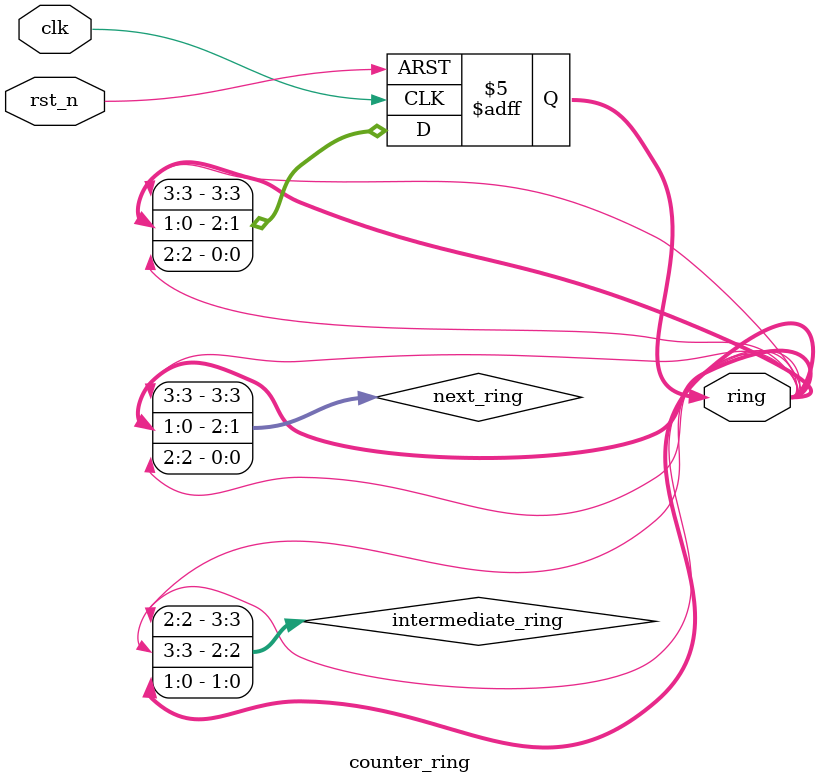
<source format=sv>
module counter_ring #(
    parameter DEPTH = 4
) (
    input wire clk,
    input wire rst_n,
    output reg [DEPTH-1:0] ring
);

    // Since this is a simple ring counter, the critical path is actually very short
    // However, for illustration of pipelining technique, we'll add a pipeline register
    // This would be meaningful for larger DEPTH values
    
    // First stage combinational logic
    reg [DEPTH-1:0] intermediate_ring;
    
    // Second stage registering
    reg [DEPTH-1:0] next_ring;
    
    // Split the rotation operation into two stages
    always @(*) begin
        intermediate_ring = {ring[DEPTH-2:DEPTH/2], ring[DEPTH-1], ring[DEPTH/2-1:0]};
    end
    
    // Second stage logic
    always @(*) begin
        next_ring = {intermediate_ring[DEPTH-2:0], intermediate_ring[DEPTH-1]};
    end
    
    // Sequential logic for the pipeline registers
    always @(posedge clk or negedge rst_n) begin
        if (!rst_n)
            ring <= {{1'b1}, {(DEPTH-1){1'b0}}};
        else
            ring <= next_ring;
    end

endmodule
</source>
